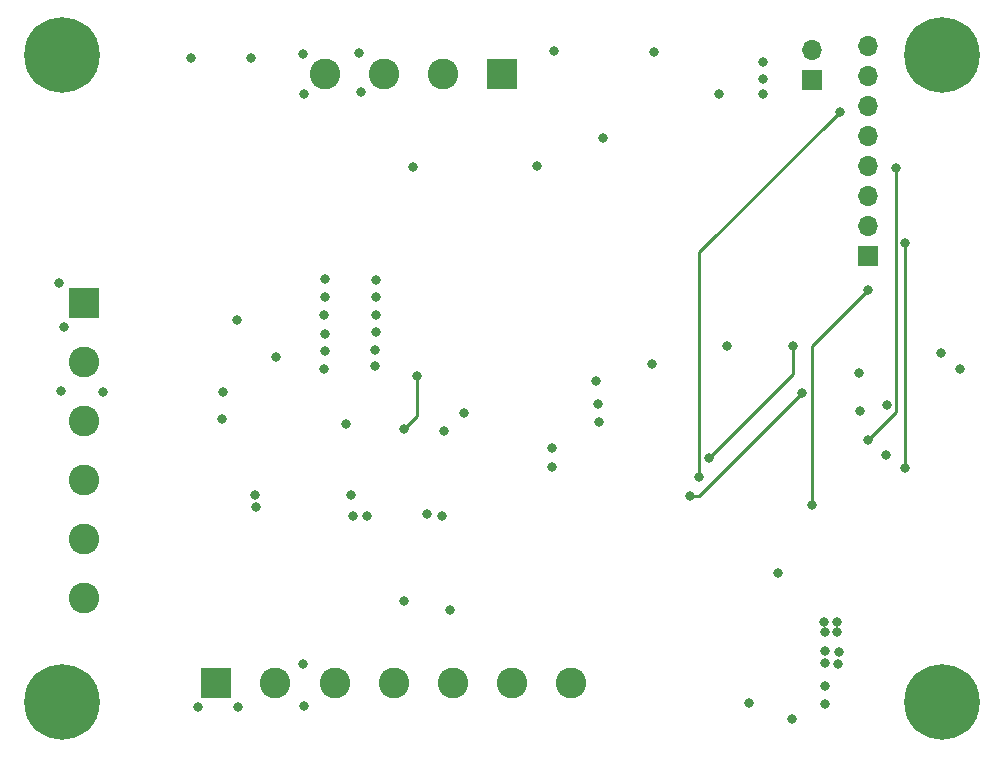
<source format=gbr>
%TF.GenerationSoftware,KiCad,Pcbnew,7.0.7*%
%TF.CreationDate,2023-11-03T00:22:48-05:00*%
%TF.ProjectId,STM32F030,53544d33-3246-4303-9330-2e6b69636164,rev?*%
%TF.SameCoordinates,Original*%
%TF.FileFunction,Copper,L4,Bot*%
%TF.FilePolarity,Positive*%
%FSLAX46Y46*%
G04 Gerber Fmt 4.6, Leading zero omitted, Abs format (unit mm)*
G04 Created by KiCad (PCBNEW 7.0.7) date 2023-11-03 00:22:48*
%MOMM*%
%LPD*%
G01*
G04 APERTURE LIST*
%TA.AperFunction,ComponentPad*%
%ADD10C,0.800000*%
%TD*%
%TA.AperFunction,ComponentPad*%
%ADD11C,6.400000*%
%TD*%
%TA.AperFunction,ComponentPad*%
%ADD12R,1.700000X1.700000*%
%TD*%
%TA.AperFunction,ComponentPad*%
%ADD13O,1.700000X1.700000*%
%TD*%
%TA.AperFunction,ComponentPad*%
%ADD14R,2.600000X2.600000*%
%TD*%
%TA.AperFunction,ComponentPad*%
%ADD15C,2.600000*%
%TD*%
%TA.AperFunction,ViaPad*%
%ADD16C,0.800000*%
%TD*%
%TA.AperFunction,Conductor*%
%ADD17C,0.250000*%
%TD*%
G04 APERTURE END LIST*
D10*
%TO.P,H1,1*%
%TO.N,N/C*%
X99993750Y-65881250D03*
X100696694Y-64184194D03*
X100696694Y-67578306D03*
X102393750Y-63481250D03*
D11*
X102393750Y-65881250D03*
D10*
X102393750Y-68281250D03*
X104090806Y-64184194D03*
X104090806Y-67578306D03*
X104793750Y-65881250D03*
%TD*%
D12*
%TO.P,UART,1,Pin_1*%
%TO.N,USART1_TX*%
X165893750Y-67950000D03*
D13*
%TO.P,UART,2,Pin_2*%
%TO.N,USART1_RX*%
X165893750Y-65410000D03*
%TD*%
D10*
%TO.P,H3,1*%
%TO.N,N/C*%
X174496694Y-120650000D03*
X175199638Y-118952944D03*
X175199638Y-122347056D03*
X176896694Y-118250000D03*
D11*
X176896694Y-120650000D03*
D10*
X176896694Y-123050000D03*
X178593750Y-118952944D03*
X178593750Y-122347056D03*
X179296694Y-120650000D03*
%TD*%
D12*
%TO.P,GPIO,1,Pin_1*%
%TO.N,RTS*%
X170656250Y-82867500D03*
D13*
%TO.P,GPIO,2,Pin_2*%
%TO.N,CTS*%
X170656250Y-80327500D03*
%TO.P,GPIO,3,Pin_3*%
%TO.N,GP0*%
X170656250Y-77787500D03*
%TO.P,GPIO,4,Pin_4*%
%TO.N,GP1*%
X170656250Y-75247500D03*
%TO.P,GPIO,5,Pin_5*%
%TO.N,GP2*%
X170656250Y-72707500D03*
%TO.P,GPIO,6,Pin_6*%
%TO.N,GP3*%
X170656250Y-70167500D03*
%TO.P,GPIO,7,Pin_7*%
%TO.N,GP4*%
X170656250Y-67627500D03*
%TO.P,GPIO,8,Pin_8*%
%TO.N,GP5*%
X170656250Y-65087500D03*
%TD*%
D14*
%TO.P,Analog,1,Pin_1*%
%TO.N,GND*%
X104270000Y-86875000D03*
D15*
%TO.P,Analog,2,Pin_2*%
%TO.N,+3.3V*%
X104270000Y-91875000D03*
%TO.P,Analog,3,Pin_3*%
%TO.N,Lin_Pots1*%
X104270000Y-96875000D03*
%TO.P,Analog,4,Pin_4*%
%TO.N,Lin_Pots2*%
X104270000Y-101875000D03*
%TO.P,Analog,5,Pin_5*%
%TO.N,Lin_Pots3*%
X104270000Y-106875000D03*
%TO.P,Analog,6,Pin_6*%
%TO.N,Lin_Pots4*%
X104270000Y-111875000D03*
%TD*%
D10*
%TO.P,H4,1*%
%TO.N,N/C*%
X99993750Y-120650000D03*
X100696694Y-118952944D03*
X100696694Y-122347056D03*
X102393750Y-118250000D03*
D11*
X102393750Y-120650000D03*
D10*
X102393750Y-123050000D03*
X104090806Y-118952944D03*
X104090806Y-122347056D03*
X104793750Y-120650000D03*
%TD*%
%TO.P,H2,1*%
%TO.N,N/C*%
X174496694Y-65881250D03*
X175199638Y-64184194D03*
X175199638Y-67578306D03*
X176896694Y-63481250D03*
D11*
X176896694Y-65881250D03*
D10*
X176896694Y-68281250D03*
X178593750Y-64184194D03*
X178593750Y-67578306D03*
X179296694Y-65881250D03*
%TD*%
D14*
%TO.P,SPI,1,Pin_1*%
%TO.N,GND*%
X115493750Y-119062500D03*
D15*
%TO.P,SPI,2,Pin_2*%
%TO.N,+3.3V*%
X120493750Y-119062500D03*
%TO.P,SPI,3,Pin_3*%
%TO.N,SPI1_SCK*%
X125493750Y-119062500D03*
%TO.P,SPI,4,Pin_4*%
%TO.N,SPI1_MISO*%
X130493750Y-119062500D03*
%TO.P,SPI,5,Pin_5*%
%TO.N,SPI1_MOSI*%
X135493750Y-119062500D03*
%TO.P,SPI,6,Pin_6*%
%TO.N,SPI1_CS1*%
X140493750Y-119062500D03*
%TO.P,SPI,7,Pin_7*%
%TO.N,SPI1_CS2*%
X145493750Y-119062500D03*
%TD*%
D14*
%TO.P,I2C,1,Pin_1*%
%TO.N,I2C1_SCL*%
X139700000Y-67468750D03*
D15*
%TO.P,I2C,2,Pin_2*%
%TO.N,I2C1_SDA*%
X134700000Y-67468750D03*
%TO.P,I2C,3,Pin_3*%
%TO.N,+3.3V*%
X129700000Y-67468750D03*
%TO.P,I2C,4,Pin_4*%
%TO.N,GND*%
X124700000Y-67468750D03*
%TD*%
D16*
%TO.N,+3.3V*%
X124675000Y-89450000D03*
X142675000Y-75275000D03*
X124625000Y-87875000D03*
X126500000Y-97125000D03*
X124650000Y-90900000D03*
X127525000Y-65675000D03*
X166987500Y-114700000D03*
X131375000Y-112050000D03*
X158050000Y-69200000D03*
X170025000Y-96025000D03*
X161775000Y-69175000D03*
X158725000Y-90525000D03*
X124700000Y-84825000D03*
X135250000Y-112875000D03*
X167000000Y-119275000D03*
X126875000Y-103125000D03*
X172250000Y-95500000D03*
X124625000Y-92425000D03*
X105875000Y-94400000D03*
X166962500Y-113850000D03*
X132100000Y-75325000D03*
X134575000Y-104875000D03*
X102350000Y-94325000D03*
X124675000Y-86350000D03*
X167050000Y-120800000D03*
X122875000Y-120975000D03*
X127750000Y-69000000D03*
X122825000Y-117425000D03*
X168037500Y-114700000D03*
X136450000Y-96175000D03*
X168012500Y-113825000D03*
X128250000Y-104850000D03*
X147850000Y-96900000D03*
X118400000Y-66100000D03*
%TO.N,GND*%
X134775000Y-97675000D03*
X129025000Y-84875000D03*
X167000000Y-116325000D03*
X128950000Y-90825000D03*
X133350000Y-104700000D03*
X122825000Y-65800000D03*
X143875000Y-99150000D03*
X117300000Y-121075000D03*
X147775000Y-95450000D03*
X176875000Y-91100000D03*
X168150000Y-117425000D03*
X172200000Y-99725000D03*
X168200000Y-116400000D03*
X113906248Y-121077833D03*
X164250000Y-122100000D03*
X167025000Y-117325000D03*
X120525000Y-91450000D03*
X122875000Y-69150000D03*
X143875000Y-100700000D03*
X128975000Y-89300000D03*
X113325000Y-66150000D03*
X144100000Y-65525000D03*
X102200000Y-85200000D03*
X160550000Y-120750000D03*
X115950000Y-96675000D03*
X148200000Y-72900000D03*
X163000000Y-109725000D03*
X147600000Y-93500000D03*
X128975000Y-86350000D03*
X102575000Y-88875000D03*
X117200000Y-88300000D03*
X169900000Y-92775000D03*
X118850000Y-104150000D03*
X118775000Y-103150000D03*
X128950000Y-92225000D03*
X161750000Y-67900000D03*
X129000000Y-87850000D03*
X116050000Y-94400000D03*
X161750000Y-66475000D03*
X152350000Y-92000000D03*
X178475000Y-92450000D03*
X152550000Y-65600000D03*
X127025000Y-104900000D03*
%TO.N,NRST*%
X132465364Y-93000000D03*
X131400000Y-97500000D03*
%TO.N,RTS*%
X165893750Y-103981250D03*
X170656250Y-85725000D03*
%TO.N,CTS*%
X173831250Y-100806250D03*
X173831250Y-81756250D03*
%TO.N,GP1*%
X173037500Y-75406250D03*
X170656250Y-98425000D03*
%TO.N,GP3*%
X155575000Y-103187500D03*
X165100000Y-94456250D03*
%TO.N,GP4*%
X156368750Y-101600000D03*
X168275000Y-70643750D03*
%TO.N,GP5*%
X164306250Y-90487500D03*
X157162500Y-100012500D03*
%TD*%
D17*
%TO.N,NRST*%
X132465364Y-96434636D02*
X131400000Y-97500000D01*
X132465364Y-93000000D02*
X132465364Y-96434636D01*
%TO.N,RTS*%
X165893750Y-90487500D02*
X165893750Y-103981250D01*
X170656250Y-85725000D02*
X165893750Y-90487500D01*
%TO.N,CTS*%
X173831250Y-81756250D02*
X173831250Y-98425000D01*
X173831250Y-98425000D02*
X173831250Y-100806250D01*
%TO.N,GP1*%
X170656250Y-98425000D02*
X173037500Y-96043750D01*
X173037500Y-96043750D02*
X173037500Y-75406250D01*
%TO.N,GP3*%
X156368750Y-103187500D02*
X165100000Y-94456250D01*
X155575000Y-103187500D02*
X156368750Y-103187500D01*
%TO.N,GP4*%
X156368750Y-82550000D02*
X168275000Y-70643750D01*
X156368750Y-101600000D02*
X156368750Y-82550000D01*
X156600305Y-101600000D02*
X156368750Y-101600000D01*
%TO.N,GP5*%
X157162500Y-100012500D02*
X164306250Y-92868750D01*
X164306250Y-92868750D02*
X164306250Y-90487500D01*
%TD*%
M02*

</source>
